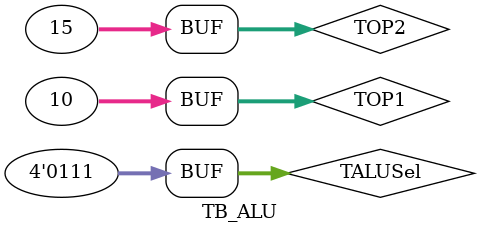
<source format=v>
`timescale 1ns/1ns

module TB_ALU();

//2 - Declaracion de cables y registros
reg [31:0]TOP1, TOP2;
reg [3:0]TALUSel;
wire [31:0]TRes;
wire TZ;

//Cuerpo del modulo

//Instancias
ALU test_ALU(
	.OP1(TOP1),
	.OP2(TOP2),
	.ALUSel(TALUSel),
	.Res(TRes),
	.Z(TZ)
);

initial
begin
	TOP1 = 32'd10;
	TOP2 = 32'd15;
	TALUSel = 3'b0;
	#100;
	TOP1 = 32'd10;
	TOP2 = 32'd15;
	TALUSel = 3'b001;
	#100;
	TOP1 = 32'd10;
	TOP2 = 32'd15;
	TALUSel = 3'b010;
	#100;
	TOP1 = 32'd10;
	TOP2 = 32'd15;
	TALUSel = 3'b011;
	#100;
	TOP1 = 32'd10;
	TOP2 = 32'd15;
	TALUSel = 3'b100;
	#100;
	TOP1 = 32'd10;
	TOP2 = 32'd15;
	TALUSel = 3'b101;
	#100;
	TOP1 = 32'd10;
	TOP2 = 32'd15;
	TALUSel = 3'b110;
	#100;
	TOP1 = 32'd10;
	TOP2 = 32'd15;
	TALUSel = 3'b111;
	#100;
end

endmodule

</source>
